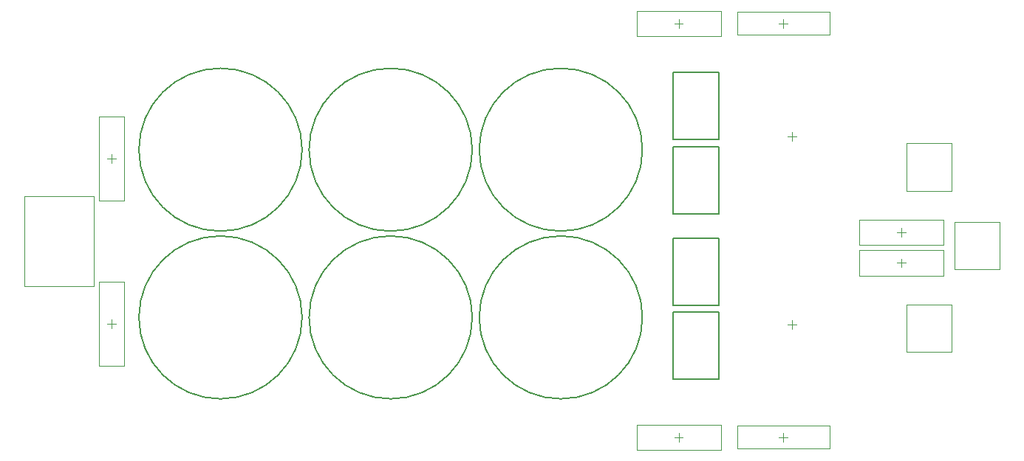
<source format=gbr>
G04*
G04 #@! TF.GenerationSoftware,Altium Limited,Altium Designer,24.5.1 (21)*
G04*
G04 Layer_Color=32768*
%FSLAX25Y25*%
%MOIN*%
G70*
G04*
G04 #@! TF.SameCoordinates,C76CA4C4-4B78-49E4-996D-9464DF6DB47D*
G04*
G04*
G04 #@! TF.FilePolarity,Positive*
G04*
G01*
G75*
%ADD11C,0.00787*%
%ADD13C,0.00394*%
%ADD40C,0.00197*%
D11*
X179134Y104921D02*
G03*
X179134Y178543I0J36811D01*
G01*
D02*
G03*
X179134Y104921I0J-36811D01*
G01*
X102362Y29134D02*
G03*
X102362Y102756I0J36811D01*
G01*
D02*
G03*
X102362Y29134I0J-36811D01*
G01*
X255906D02*
G03*
X255906Y102756I0J36811D01*
G01*
D02*
G03*
X255906Y29134I0J-36811D01*
G01*
X179134D02*
G03*
X179134Y102756I0J36811D01*
G01*
D02*
G03*
X179134Y29134I0J-36811D01*
G01*
X102362Y104921D02*
G03*
X102362Y178543I0J36811D01*
G01*
D02*
G03*
X102362Y104921I0J-36811D01*
G01*
X255906D02*
G03*
X255906Y178543I0J36811D01*
G01*
D02*
G03*
X255906Y104921I0J-36811D01*
G01*
X306496Y68307D02*
X327362D01*
X306496Y37992D02*
Y68307D01*
Y37992D02*
X327362D01*
Y68307D01*
X306496Y71457D02*
Y101772D01*
X327362D01*
Y71457D02*
Y101772D01*
X306496Y71457D02*
X327362D01*
X306496Y146260D02*
Y176575D01*
X327362D01*
Y146260D02*
Y176575D01*
X306496Y146260D02*
X327362D01*
Y112795D02*
Y143110D01*
X306496Y112795D02*
X327362D01*
X306496D02*
Y143110D01*
X327362D01*
D13*
X360236Y145827D02*
Y149764D01*
X358268Y147795D02*
X362205D01*
X51181Y137795D02*
X55118D01*
X53150Y135827D02*
Y139764D01*
Y61024D02*
Y64961D01*
X51181Y62992D02*
X55118D01*
X307087Y198819D02*
X311024D01*
X309055Y196850D02*
Y200787D01*
X354331Y11811D02*
X358268D01*
X356299Y9843D02*
Y13780D01*
X407480Y90551D02*
X411417D01*
X409449Y88583D02*
Y92520D01*
X407480Y104331D02*
X411417D01*
X409449Y102362D02*
Y106299D01*
X358268Y62835D02*
X362205D01*
X360236Y60866D02*
Y64803D01*
X354331Y198819D02*
X358268D01*
X356299Y196850D02*
Y200787D01*
X307087Y11811D02*
X311024D01*
X309055Y9843D02*
Y13780D01*
D40*
X47441Y156791D02*
X58858D01*
X47441Y118799D02*
Y156791D01*
Y118799D02*
X58858D01*
Y156791D01*
X433445Y87697D02*
Y109153D01*
X453740D01*
Y87697D02*
Y109153D01*
X433445Y87697D02*
X453740D01*
X13976Y120866D02*
X45079D01*
X13976Y79921D02*
Y120866D01*
Y79921D02*
X45079D01*
Y120866D01*
X58858Y43996D02*
Y81988D01*
X47441Y43996D02*
X58858D01*
X47441D02*
Y81988D01*
X58858D01*
X290059Y193110D02*
X328051D01*
X290059D02*
Y204528D01*
X328051D01*
Y193110D02*
Y204528D01*
X377067Y6693D02*
Y16929D01*
X335531D02*
X377067D01*
X335531Y6693D02*
X377067D01*
X335531D02*
Y16929D01*
X411791Y50295D02*
Y71752D01*
X432087D01*
Y50295D02*
Y71752D01*
X411791Y50295D02*
X432087D01*
X390453Y96260D02*
X428445D01*
Y84842D02*
Y96260D01*
X390453Y84842D02*
X428445D01*
X390453D02*
Y96260D01*
X390453Y110039D02*
X428445D01*
Y98622D02*
Y110039D01*
X390453Y98622D02*
X428445D01*
X390453D02*
Y110039D01*
X411791Y123130D02*
Y144587D01*
X432087D01*
Y123130D02*
Y144587D01*
X411791Y123130D02*
X432087D01*
X377067Y193701D02*
Y203937D01*
X335531D02*
X377067D01*
X335531Y193701D02*
X377067D01*
X335531D02*
Y203937D01*
X290059Y6102D02*
X328051D01*
X290059D02*
Y17520D01*
X328051D01*
Y6102D02*
Y17520D01*
M02*

</source>
